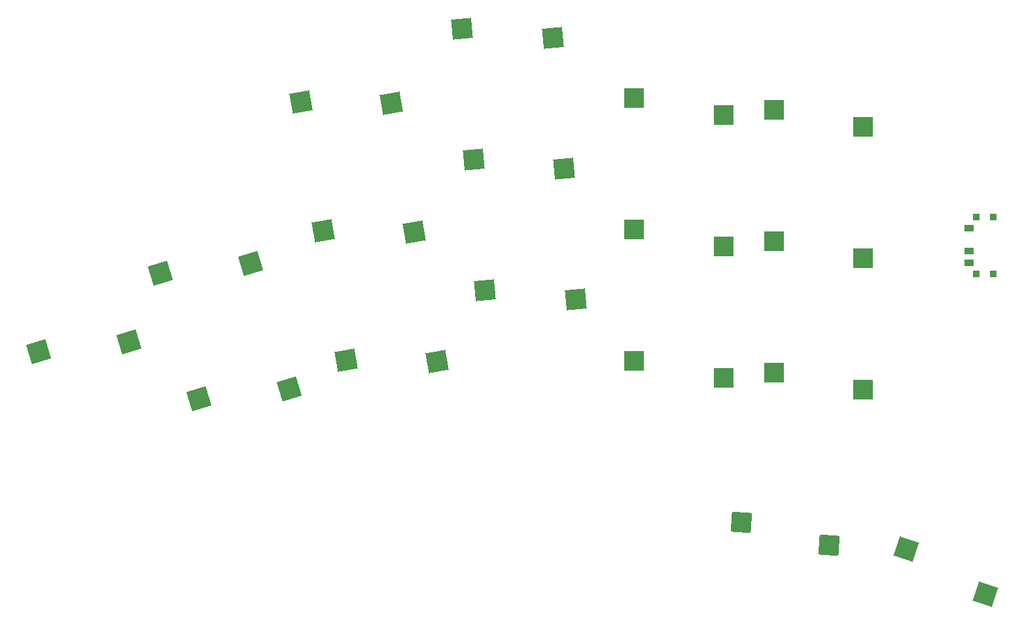
<source format=gbp>
%TF.GenerationSoftware,KiCad,Pcbnew,(6.0.4-0)*%
%TF.CreationDate,2022-06-10T10:13:31+02:00*%
%TF.ProjectId,basbousa,62617362-6f75-4736-912e-6b696361645f,v1.0.0*%
%TF.SameCoordinates,Original*%
%TF.FileFunction,Paste,Bot*%
%TF.FilePolarity,Positive*%
%FSLAX46Y46*%
G04 Gerber Fmt 4.6, Leading zero omitted, Abs format (unit mm)*
G04 Created by KiCad (PCBNEW (6.0.4-0)) date 2022-06-10 10:13:31*
%MOMM*%
%LPD*%
G01*
G04 APERTURE LIST*
G04 Aperture macros list*
%AMRotRect*
0 Rectangle, with rotation*
0 The origin of the aperture is its center*
0 $1 length*
0 $2 width*
0 $3 Rotation angle, in degrees counterclockwise*
0 Add horizontal line*
21,1,$1,$2,0,0,$3*%
G04 Aperture macros list end*
%ADD10RotRect,2.600000X2.600000X10.000000*%
%ADD11RotRect,2.600000X2.600000X5.000000*%
%ADD12R,2.600000X2.600000*%
%ADD13RotRect,2.600000X2.600000X341.000000*%
%ADD14R,0.900000X0.900000*%
%ADD15R,1.250000X0.900000*%
%ADD16RotRect,2.600000X2.600000X17.000000*%
%ADD17RotRect,2.600000X2.600000X356.000000*%
G04 APERTURE END LIST*
D10*
%TO.C,S11*%
X68749066Y110243738D03*
X80505623Y110082797D03*
%TD*%
D11*
%TO.C,S15*%
X91124018Y102756090D03*
X102821810Y101571110D03*
%TD*%
D12*
%TO.C,S21*%
X111902086Y93711017D03*
X123452087Y91511016D03*
%TD*%
%TO.C,S29*%
X141517547Y106972999D03*
X129967546Y109173000D03*
%TD*%
D13*
%TO.C,S33*%
X147123789Y52340214D03*
X157328279Y46499759D03*
%TD*%
D10*
%TO.C,S7*%
X74653104Y76760274D03*
X86409661Y76599333D03*
%TD*%
D14*
%TO.C,T2*%
X158369000Y87958000D03*
X158369000Y95358000D03*
X156169000Y87958000D03*
X156169000Y95358000D03*
D15*
X155194000Y93908000D03*
X155194000Y90908000D03*
X155194000Y89408000D03*
%TD*%
D16*
%TO.C,S1*%
X34830131Y77839142D03*
X46518670Y79112164D03*
%TD*%
%TO.C,S5*%
X50614884Y88002148D03*
X62303423Y89275170D03*
%TD*%
D12*
%TO.C,S27*%
X141517547Y89972999D03*
X129967546Y92173000D03*
%TD*%
D10*
%TO.C,S9*%
X71701085Y93502006D03*
X83457642Y93341065D03*
%TD*%
D11*
%TO.C,S13*%
X92605666Y85820780D03*
X104303458Y84635800D03*
%TD*%
%TO.C,S17*%
X89642371Y119691400D03*
X101340163Y118506420D03*
%TD*%
D17*
%TO.C,S31*%
X125769118Y55812410D03*
X137137519Y52812080D03*
%TD*%
D16*
%TO.C,S3*%
X55585203Y71744967D03*
X67273742Y73017989D03*
%TD*%
D12*
%TO.C,S23*%
X111902086Y110711017D03*
X123452087Y108511016D03*
%TD*%
%TO.C,S25*%
X141517547Y72972999D03*
X129967546Y75173000D03*
%TD*%
%TO.C,S19*%
X111902086Y76711017D03*
X123452087Y74511016D03*
%TD*%
M02*

</source>
